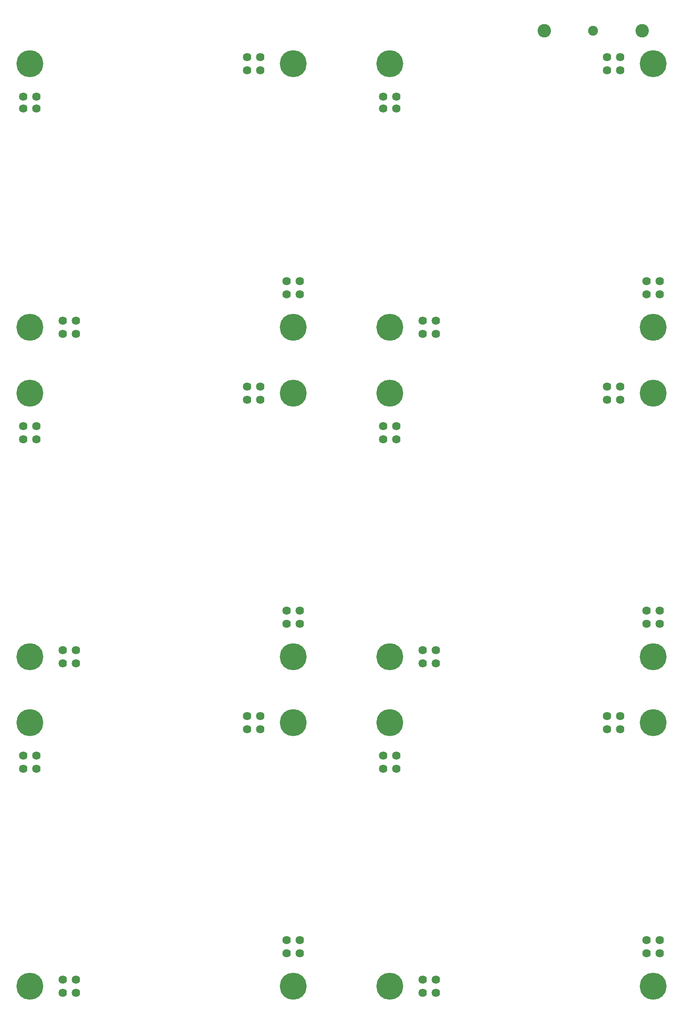
<source format=gbs>
G04 Layer: BottomSolderMaskLayer*
G04 EasyEDA v6.5.22, 2023-04-02 16:29:49*
G04 1135aa0c46e14357a5d69858543a1a0d,5a6b42c53f6a479593ecc07194224c93,10*
G04 Gerber Generator version 0.2*
G04 Scale: 100 percent, Rotated: No, Reflected: No *
G04 Dimensions in millimeters *
G04 leading zeros omitted , absolute positions ,4 integer and 5 decimal *
%FSLAX45Y45*%
%MOMM*%

%ADD10C,5.2032*%
%ADD11C,1.6256*%
%ADD12C,2.6016*%
%ADD13C,1.9016*%

%LPD*%
D10*
G01*
X7957997Y9149105D03*
G01*
X13037997Y9149105D03*
G01*
X14902103Y9149105D03*
G01*
X19982103Y9149105D03*
G01*
X13037997Y15499105D03*
G01*
X14902103Y15499105D03*
G01*
X7957997Y2799105D03*
G01*
X13037997Y2799105D03*
G01*
X13037997Y7879105D03*
G01*
X14902103Y2799105D03*
G01*
X19982103Y2799105D03*
G01*
X14902103Y7879105D03*
D11*
G01*
X12402997Y20706105D03*
G01*
X12402997Y20452105D03*
G01*
X12148997Y20452105D03*
G01*
X12148997Y20706105D03*
G01*
X19347052Y20706105D03*
G01*
X19347103Y20452105D03*
G01*
X19093103Y20452105D03*
G01*
X19093103Y20706105D03*
G01*
X12402997Y14356105D03*
G01*
X12402997Y14102105D03*
G01*
X12148997Y14102105D03*
G01*
X12148997Y14356105D03*
G01*
X19347103Y14356105D03*
G01*
X19347103Y14102105D03*
G01*
X19093103Y14102105D03*
G01*
X19093103Y14356105D03*
G01*
X12402997Y8006105D03*
G01*
X12402997Y7752105D03*
G01*
X12148997Y7752105D03*
G01*
X12148997Y8006105D03*
G01*
X19347103Y8006105D03*
G01*
X19347103Y7752105D03*
G01*
X19093103Y7752105D03*
G01*
X19093103Y8006105D03*
G01*
X7830997Y6990105D03*
G01*
X8084997Y6990105D03*
G01*
X8084997Y7244105D03*
G01*
X7830997Y7244105D03*
G01*
X7830997Y13340105D03*
G01*
X8084997Y13340105D03*
G01*
X8084997Y13594105D03*
G01*
X7830997Y13594105D03*
G01*
X14775103Y6990105D03*
G01*
X15029103Y6990105D03*
G01*
X15029103Y7244105D03*
G01*
X14775103Y7244105D03*
G01*
X14775103Y13340105D03*
G01*
X15029103Y13340105D03*
G01*
X15029103Y13594105D03*
G01*
X14775103Y13594105D03*
G01*
X8846997Y2672105D03*
G01*
X8846997Y2926105D03*
G01*
X8592997Y2926105D03*
G01*
X8592997Y2672105D03*
G01*
X8846997Y9022105D03*
G01*
X8846997Y9276105D03*
G01*
X8592997Y9276105D03*
G01*
X8592997Y9022105D03*
G01*
X15791103Y2672105D03*
G01*
X15791103Y2926105D03*
G01*
X15537103Y2926105D03*
G01*
X15537103Y2672105D03*
G01*
X15791103Y9022105D03*
G01*
X15791103Y9276105D03*
G01*
X15537103Y9276105D03*
G01*
X15537103Y9022105D03*
G01*
X15791103Y15372105D03*
G01*
X15791103Y15626105D03*
G01*
X15537103Y15626105D03*
G01*
X15537103Y15372105D03*
G01*
X8846997Y15372105D03*
G01*
X8846997Y15626105D03*
G01*
X8592997Y15626105D03*
G01*
X8592997Y15372105D03*
G01*
X13164997Y16388105D03*
G01*
X12910997Y16388105D03*
G01*
X12910997Y16134105D03*
G01*
X13164997Y16134105D03*
G01*
X20109103Y16388105D03*
G01*
X19855103Y16388105D03*
G01*
X19855103Y16134105D03*
G01*
X20109103Y16134105D03*
D10*
G01*
X19982103Y7879105D03*
G01*
X7957997Y7879105D03*
G01*
X7957997Y15499105D03*
G01*
X19982103Y15499105D03*
G01*
X7957997Y14229105D03*
G01*
X13037997Y14229105D03*
G01*
X14902103Y14229105D03*
G01*
X19982103Y14229105D03*
G01*
X19982103Y20579105D03*
G01*
X14902103Y20579105D03*
G01*
X13037997Y20579105D03*
G01*
X7957997Y20579105D03*
D11*
G01*
X13164997Y3688105D03*
G01*
X12910997Y3688105D03*
G01*
X12910997Y3434105D03*
G01*
X13164997Y3434105D03*
G01*
X20109103Y3688105D03*
G01*
X19855103Y3688105D03*
G01*
X19855103Y3434105D03*
G01*
X20109103Y3434105D03*
G01*
X20109103Y10038105D03*
G01*
X19855103Y10038105D03*
G01*
X19855103Y9784105D03*
G01*
X20109103Y9784105D03*
G01*
X13164997Y10038105D03*
G01*
X12910997Y10038105D03*
G01*
X12910997Y9784105D03*
G01*
X13164997Y9784105D03*
D12*
G01*
X17878806Y21209000D03*
D13*
G01*
X18826352Y21209000D03*
D12*
G01*
X19773900Y21209000D03*
D11*
G01*
X7830997Y19944105D03*
G01*
X8084997Y19944105D03*
G01*
X8084997Y19710400D03*
G01*
X7830997Y19710400D03*
G01*
X14775103Y19944105D03*
G01*
X15029103Y19944105D03*
G01*
X15029103Y19710400D03*
G01*
X14775103Y19710400D03*
M02*

</source>
